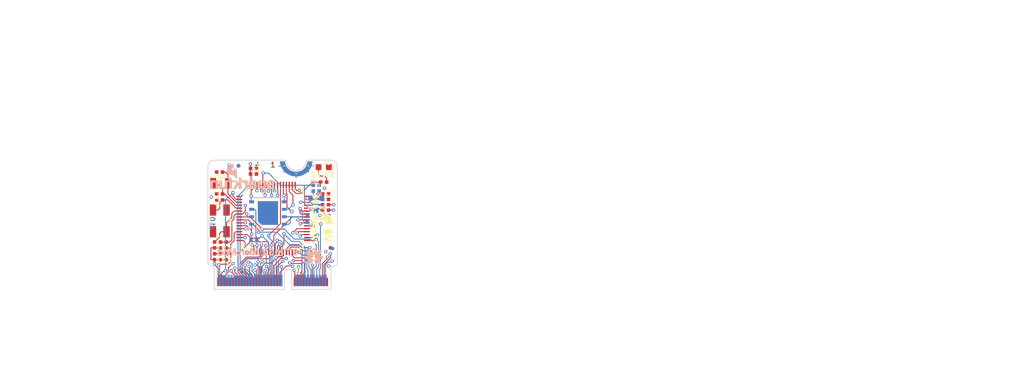
<source format=kicad_pcb>
(kicad_pcb (version 20211014) (generator pcbnew)
  (layers (0 "F.Cu" signal) (1 "In1.Cu" signal) (2 "In2.Cu" signal) (31 "B.Cu" signal) (34 "B.Paste" user) (35 "F.Paste" user) (36 "B.SilkS" user "B.Silkscreen") (37 "F.SilkS" user "F.Silkscreen") (38 "B.Mask" user) (39 "F.Mask" user) (44 "Edge.Cuts" user))
  (net 0 "")
  (net 1 "N$5")
  (net 2 "N$6")
  (net 3 "N$7")
  (net 4 "N$8")
  (net 5 "D+")
  (net 6 "SWDIO")
  (net 7 "SWCLK")
  (net 8 "~{BOOT}")
  (net 9 "SCK")
  (net 10 "CIPO")
  (net 11 "COPI")
  (net 12 "HOST_ID")
  (net 13 "FLASH_SCK")
  (net 14 "G5")
  (net 15 "G6")
  (net 16 "G3")
  (net 17 "~{RESET}")
  (net 18 "BOOT0")
  (net 19 "N$45")
  (net 20 "N$46")
  (net 21 "TX1")
  (net 22 "RX1")
  (net 23 "AUD_OUT")
  (net 24 "AUD_IN")
  (net 25 "AUD_LRCLK")
  (net 26 "AUD_BCLK")
  (net 27 "SCL")
  (net 28 "SDA")
  (net 29 "~{INT}")
  (net 30 "SCL1")
  (net 31 "SDA1")
  (net 32 "BATT_VIN")
  (net 33 "CAN_RX")
  (net 34 "CAN_TX")
  (net 35 "HOST_D+")
  (net 36 "HOST_D-")
  (net 37 "G4")
  (net 38 "~{CS}")
  (net 39 "PWM0")
  (net 40 "PWM1")
  (net 41 "D0")
  (net 42 "D1")
  (net 43 "A0")
  (net 44 "A1")
  (net 45 "G0")
  (net 46 "G1")
  (net 47 "G2")
  (net 48 "STAT")
  (net 49 "GND")
  (net 50 "3.3V")
  (net 51 "FLASH_SDI")
  (net 52 "FLASH_SDO")
  (net 53 "FLASH_~{CS}")
  (net 54 "N$1")
  (net 55 "N$2")
  (net 56 "D-")
  (net 57 "N$3")
  (net 58 "HOST_VBUS")
  (footprint "boardEagle:0402-TIGHT" (layer "F.Cu") (at 157.1811 97.7536 180)
    (fp_text reference "R12")
    (fp_text value "1k")
  )
  (footprint "boardEagle:CRYSTAL-SMD-5X3.2-4PAD" (layer "F.Cu") (at 139.5211 104.3436 -90)
    (fp_text reference "Y1")
    (fp_text value "12MHz")
  )
  (footprint "boardEagle:SFE_LOGO_FLAME_.1" (layer "F.Cu") (at 157.8211 104.0536 90)
    (fp_text reference "U$6" hide)
    (fp_text value "" hide)
  )
  (footprint "boardEagle:CREATIVE_COMMONS" (layer "F.Cu") (at 122.4911 129.0636)
    (fp_text reference "FRAME1" hide)
    (fp_text value "FRAME-LETTER" hide)
  )
  (footprint "boardEagle:0402-TIGHT" (layer "F.Cu") (at 157.5011 102.5136 180)
    (fp_text reference "R2")
    (fp_text value "22" hide)
  )
  (footprint "boardEagle:LED-0603" (layer "F.Cu") (at 157.1811 95.1936)
    (fp_text reference "D5")
    (fp_text value "BLUE")
  )
  (footprint "boardEagle:FIDUCIAL-MICRO" (layer "F.Cu") (at 158.3261 108.9266)
    (fp_text reference "FD1" hide)
    (fp_text value "FIDUCIALUFIDUCIAL" hide)
  )
  (footprint "boardEagle:0402-TIGHT" (layer "F.Cu") (at 157.5011 100.6736)
    (fp_text reference "C6")
    (fp_text value "2.2uF")
  )
  (footprint "boardEagle:STAT0" (layer "F.Cu") (at 157.1811 96.4936)
    (fp_text reference "U$1" hide)
    (fp_text value "" hide)
  )
  (footprint "boardEagle:CRYSTAL-SMD-3.2X1.5MM" (layer "F.Cu") (at 139.6511 97.9336)
    (fp_text reference "Y2")
    (fp_text value "32.768kHz")
  )
  (footprint "boardEagle:0402-TIGHT" (layer "F.Cu") (at 140.6411 110.4536 -90)
    (fp_text reference "C10")
    (fp_text value "4.7uF")
  )
  (footprint "boardEagle:0402-TIGHT" (layer "F.Cu") (at 155.4711 110.2036)
    (fp_text reference "C12")
    (fp_text value "0.1uF")
  )
  (footprint "boardEagle:M.2-CARD-E-22" (layer "F.Cu") (at 148.5011 116.0036)
    (fp_text reference "J1" hide)
    (fp_text value "MICROMOD-2222" hide)
  )
  (footprint "boardEagle:0402-TIGHT" (layer "F.Cu") (at 145.2511 95.4136)
    (fp_text reference "C14")
    (fp_text value "0.1uF")
  )
  (footprint "boardEagle:0402-TIGHT" (layer "F.Cu") (at 138.6411 108.4336 -90)
    (fp_text reference "C2")
    (fp_text value "22pF")
  )
  (footprint "boardEagle:FIDUCIAL-MICRO" (layer "F.Cu") (at 142.7011 94.9636)
    (fp_text reference "FD4" hide)
    (fp_text value "FIDUCIALUFIDUCIAL" hide)
  )
  (footprint "boardEagle:0402-TIGHT" (layer "F.Cu") (at 155.4711 111.1336)
    (fp_text reference "C5")
    (fp_text value "2.2uF")
  )
  (footprint "boardEagle:0402-TIGHT" (layer "F.Cu") (at 145.2511 96.3536)
    (fp_text reference "C11")
    (fp_text value "0.1uF")
  )
  (footprint "boardEagle:0402-TIGHT" (layer "F.Cu") (at 139.4911 99.7736 180)
    (fp_text reference "C3")
    (fp_text value "15pF")
  )
  (footprint "boardEagle:TQFP64" (layer "F.Cu") (at 148.5811 103.9236 -90)
    (fp_text reference "U1")
    (fp_text value "STM32F405RGT6")
  )
  (footprint "boardEagle:0402-TIGHT" (layer "F.Cu") (at 139.4911 96.0486 180)
    (fp_text reference "C4")
    (fp_text value "15pF")
  )
  (footprint "boardEagle:0402-TIGHT" (layer "F.Cu") (at 138.6411 110.4436 -90)
    (fp_text reference "C8")
    (fp_text value "0.1uF")
  )
  (footprint "boardEagle:PRODUCTION_INSTRUCTIONS" (layer "F.Cu") (at 174.5011 67.0036)
    (fp_text reference "U$7" hide)
    (fp_text value "" hide)
  )
  (footprint "boardEagle:MICROMOD_MI_LOGO_.35" (layer "F.Cu") (at 157.9211 106.7736 90)
    (fp_text reference "U$3" hide)
    (fp_text value "" hide)
  )
  (footprint "boardEagle:0402-TIGHT" (layer "F.Cu") (at 157.5011 99.7536)
    (fp_text reference "C13")
    (fp_text value "0.1uF")
  )
  (footprint "boardEagle:0402-TIGHT" (layer "F.Cu") (at 140.6311 108.4536 -90)
    (fp_text reference "R4")
    (fp_text value "5.1k")
  )
  (footprint "boardEagle:0402-TIGHT" (layer "F.Cu") (at 139.5011 100.7836 180)
    (fp_text reference "C1")
    (fp_text value "22pF")
  )
  (footprint "boardEagle:0402-TIGHT" (layer "F.Cu") (at 139.6411 110.4436 -90)
    (fp_text reference "C9")
    (fp_text value "1.0uF")
  )
  (footprint "boardEagle:0402-TIGHT" (layer "F.Cu") (at 157.5011 101.5936 180)
    (fp_text reference "R3")
    (fp_text value "22" hide)
  )
  (footprint "boardEagle:0402-TIGHT" (layer "F.Cu") (at 139.6411 108.4436 -90)
    (fp_text reference "C15")
    (fp_text value "0.1uF")
  )
  (footprint "boardEagle:STM32F4050" (layer "F.Cu") (at 155.7611 104.0136 90)
    (fp_text reference "U$4" hide)
    (fp_text value "" hide)
  )
  (footprint "boardEagle:SFE_LOGO_NAME_FLAME_.1" (layer "B.Cu") (at 143.2811 98.2936 180)
    (fp_text reference "LOGO3" hide)
    (fp_text value "SFE_LOGO_NAME_FLAME.1_INCH" hide)
  )
  (footprint "boardEagle:0402-TIGHT" (layer "B.Cu") (at 145.3211 107.6036)
    (fp_text reference "R11")
    (fp_text value "100k")
  )
  (footprint "boardEagle:OSHW-LOGO-S" (layer "B.Cu") (at 155.5211 110.5336 180)
    (fp_text reference "LOGO2" hide)
    (fp_text value "OSHW-LOGOS" hide)
  )
  (footprint "boardEagle:MICROMOD_LOGO_.3" (layer "B.Cu") (at 142.6611 109.6436 180)
    (fp_text reference "U$5" hide)
    (fp_text value "" hide)
  )
  (footprint "boardEagle:SOT23-3" (layer "B.Cu") (at 155.9011 101.4736)
    (fp_text reference "Q1")
    (fp_text value "")
  )
  (footprint "boardEagle:FIDUCIAL-MICRO" (layer "B.Cu") (at 142.7011 94.9636 180)
    (fp_text reference "FD2" hide)
    (fp_text value "FIDUCIALUFIDUCIAL" hide)
  )
  (footprint "boardEagle:STM320" (layer "B.Cu") (at 149.6611 109.6436 180)
    (fp_text reference "U$2" hide)
    (fp_text value "" hide)
  )
  (footprint "boardEagle:WSON-8-6X5" (layer "B.Cu") (at 147.7011 103.0036)
    (fp_text reference "U3")
    (fp_text value "W25QXX128MBIT-6X5")
  )
  (footprint "boardEagle:0402-TIGHT" (layer "B.Cu") (at 154.4071 104.0706 90)
    (fp_text reference "C20")
    (fp_text value "0.1uF")
  )
  (footprint "boardEagle:FIDUCIAL-MICRO" (layer "B.Cu") (at 158.6811 109.0336 180)
    (fp_text reference "FD3" hide)
    (fp_text value "FIDUCIALUFIDUCIAL" hide)
  )
  (footprint "boardEagle:0402-TIGHT" (layer "B.Cu") (at 155.9011 98.2836 180)
    (fp_text reference "R1")
    (fp_text value "100k")
  )
  (footprint "boardEagle:0402-TIGHT" (layer "B.Cu") (at 155.9011 99.2736)
    (fp_text reference "R5")
    (fp_text value "100k")
  )
  (gr_arc (start 154.2511 94.0036) (mid 152.5011 95.7536) (end 150.7511 94.0036) (layer "Edge.Cuts") (width 0.127))
  (gr_line (start 150.7511 94.0036) (end 138.5011 94.0036) (layer "Edge.Cuts") (width 0.127))
  (gr_arc (start 158.4261 112.5036) (mid 158.566444 112.161302) (end 158.9011 112.0036) (layer "Edge.Cuts") (width 0.127))
  (gr_line (start 158.4261 116.0036) (end 151.7261 116.0036) (layer "Edge.Cuts") (width 0.127))
  (gr_arc (start 158.5011 94.0036) (mid 159.2011 94.3036) (end 159.5011 95.0036) (layer "Edge.Cuts") (width 0.127))
  (gr_line (start 159.5011 95.0036) (end 159.5011 111.4036) (layer "Edge.Cuts") (width 0.127))
  (gr_arc (start 154.2511 94.0036) (mid 152.5011 95.7536) (end 150.7511 94.0036) (layer "Edge.Cuts") (width 0.127))
  (gr_line (start 158.5011 94.0036) (end 154.2511 94.0036) (layer "Edge.Cuts") (width 0.127))
  (gr_line (start 138.5761 116.0036) (end 138.5761 112.5036) (layer "Edge.Cuts") (width 0.127))
  (gr_line (start 151.7261 113.1036) (end 151.7261 116.0036) (layer "Edge.Cuts") (width 0.127))
  (gr_line (start 158.4261 112.5036) (end 158.4261 116.0036) (layer "Edge.Cuts") (width 0.127))
  (gr_arc (start 159.501099 111.403601) (mid 159.320461 111.822962) (end 158.9011 112.0036) (layer "Edge.Cuts") (width 0.127))
  (gr_line (start 137.5011 95.0036) (end 137.5011 111.4036) (layer "Edge.Cuts") (width 0.127))
  (gr_line (start 150.5261 113.1036) (end 150.5261 116.0036) (layer "Edge.Cuts") (width 0.127))
  (gr_line (start 150.5261 116.0036) (end 138.5761 116.0036) (layer "Edge.Cuts") (width 0.127))
  (gr_arc (start 138.1011 112.0036) (mid 138.434341 112.162646) (end 138.5761 112.503601) (layer "Edge.Cuts") (width 0.127))
  (gr_arc (start 137.5011 95.0036) (mid 137.8011 94.303601) (end 138.501099 94.003601) (layer "Edge.Cuts") (width 0.127))
  (gr_arc (start 150.5261 113.1036) (mid 151.1261 112.5036) (end 151.7261 113.1036) (layer "Edge.Cuts") (width 0.127))
  (gr_arc (start 138.101098 112.0036) (mid 137.681737 111.822961) (end 137.5011 111.4036) (layer "Edge.Cuts") (width 0.127))
  (gr_text "1" (at 148.5501 94.7946) (layer "F.Cu") (effects (font (size 0.8636 0.8636) (thickness 0.1524))))
  (gr_text "4" (at 145.8831 94.7946) (layer "B.Cu") (effects (font (size 0.8636 0.8636) (thickness 0.1524)) (justify mirror)))
  (gr_text "v10" (at 137.7221 106.0426 -90) (layer "B.Cu") (effects (font (size 0.8636 0.8636) (thickness 0.1524)) (justify left bottom mirror)))
  (segment (start 140.9011 96.4166) (end 140.5331 96.0486) (width 0.1524) (layer "F.Cu") (net 1))
  (segment (start 140.5331 96.0486) (end 139.9911 96.0486) (width 0.1524) (layer "F.Cu") (net 1))
  (segment (start 140.9011 99.733325) (end 140.9011 97.9336) (width 0.1524) (layer "F.Cu") (net 1))
  (segment (start 142.341375 101.1736) (end 140.9011 99.733325) (width 0.1524) (layer "F.Cu") (net 1))
  (segment (start 142.8311 101.1736) (end 142.341375 101.1736) (width 0.1524) (layer "F.Cu") (net 1))
  (segment (start 140.9011 97.9336) (end 140.9011 96.4166) (width 0.1524) (layer "F.Cu") (net 1))
  (segment (start 139.0211 97.9336) (end 138.4011 97.9336) (width 0.1524) (layer "F.Cu") (net 2))
  (segment (start 142.8311 101.6736) (end 142.2711 101.6736) (width 0.1524) (layer "F.Cu") (net 2))
  (segment (start 139.9911 98.9036) (end 139.0211 97.9336) (width 0.1524) (layer "F.Cu") (net 2))
  (segment (start 140.3711 99.7736) (end 139.9911 99.7736) (width 0.1524) (layer "F.Cu") (net 2))
  (segment (start 142.2711 101.6736) (end 140.3711 99.7736) (width 0.1524) (layer "F.Cu") (net 2))
  (segment (start 139.9911 99.7736) (end 139.9911 98.9036) (width 0.1524) (layer "F.Cu") (net 2))
  (segment (start 142.8311 102.6736) (end 141.9711 102.6736) (width 0.1524) (layer "F.Cu") (net 3))
  (segment (start 139.7611 106.1936) (end 139.5011 106.4536) (width 0.1524) (layer "F.Cu") (net 3))
  (segment (start 138.6411 107.9336) (end 139.5011 107.0736) (width 0.1524) (layer "F.Cu") (net 3))
  (segment (start 139.7611 106.1936) (end 140.6711 106.1936) (width 0.1524) (layer "F.Cu") (net 3))
  (segment (start 141.5711 103.0736) (end 141.5711 103.7736) (width 0.1524) (layer "F.Cu") (net 3))
  (segment (start 141.9711 102.6736) (end 141.5711 103.0736) (width 0.1524) (layer "F.Cu") (net 3))
  (segment (start 140.6711 104.6736) (end 140.6711 106.1936) (width 0.1524) (layer "F.Cu") (net 3))
  (segment (start 139.5011 106.4536) (end 139.5011 107.0736) (width 0.1524) (layer "F.Cu") (net 3))
  (segment (start 141.5711 103.7736) (end 140.6711 104.6736) (width 0.1524) (layer "F.Cu") (net 3))
  (segment (start 139.5211 101.2636) (end 139.5211 102.1936) (width 0.1524) (layer "F.Cu") (net 4))
  (segment (start 139.5211 102.1936) (end 139.2211 102.4936) (width 0.1524) (layer "F.Cu") (net 4))
  (segment (start 142.8311 102.1736) (end 142.2811 102.1736) (width 0.1524) (layer "F.Cu") (net 4))
  (segment (start 140.8911 100.7836) (end 140.0011 100.7836) (width 0.1524) (layer "F.Cu") (net 4))
  (segment (start 142.2811 102.1736) (end 140.8911 100.7836) (width 0.1524) (layer "F.Cu") (net 4))
  (segment (start 139.2211 102.4936) (end 138.3711 102.4936) (width 0.1524) (layer "F.Cu") (net 4))
  (segment (start 140.0011 100.7836) (end 139.5211 101.2636) (width 0.1524) (layer "F.Cu") (net 4))
  (segment (start 157.2511 114.7286) (end 157.2511 111.7636) (width 0.1524) (layer "F.Cu") (net 5))
  (segment (start 158.3111 110.7036) (end 157.2511 111.7636) (width 0.1524) (layer "F.Cu") (net 5))
  (segment (start 158.8711 101.5936) (end 158.0011 101.5936) (width 0.1524) (layer "F.Cu") (net 5))
  (segment (start 158.3111 110.7036) (end 158.3111 109.9436) (width 0.1524) (layer "F.Cu") (net 5))
  (segment (start 158.8811 101.5836) (end 158.8711 101.5936) (width 0.1524) (layer "F.Cu") (net 5))
  (via (at 158.3111 109.9436) (size 0.5588) (drill 0.3048) (layers "F.Cu" "B.Cu") (net 5))
  (via (at 158.8811 101.5836) (size 0.5588) (drill 0.3048) (layers "F.Cu" "B.Cu") (net 5))
  (segment (start 154.3311 101.1736) (end 153.2811 101.1736) (width 0.1524) (layer "F.Cu") (net 6))
  (segment (start 152.2511 114.7286) (end 152.2511 112.7536) (width 0.1524) (layer "F.Cu") (net 6))
  (segment (start 152.2511 112.7536) (end 152.1811 112.7536) (width 0.1524) (layer "F.Cu") (net 6))
  (via (at 152.1811 112.7536) (size 0.5588) (drill 0.3048) (layers "F.Cu" "B.Cu") (net 6))
  (via (at 153.2811 101.1736) (size 0.5588) (drill 0.3048) (layers "F.Cu" "B.Cu") (net 6))
  (segment (start 152.7511 114.7286) (end 152.7511 113.2136) (width 0.1524) (layer "F.Cu") (net 7))
  (segment (start 152.9111 112.1536) (end 152.9111 113.0536) (width 0.1524) (layer "F.Cu") (net 7))
  (segment (start 152.3311 98.1736) (end 152.3311 98.8736) (width 0.1524) (layer "F.Cu") (net 7))
  (segment (start 152.9111 113.0536) (end 152.7511 113.2136) (width 0.1524) (layer "F.Cu") (net 7))
  (segment (start 152.6311 99.1736) (end 153.0211 99.1736) (width 0.1524) (layer "F.Cu") (net 7))
  (segment (start 152.6311 99.1736) (end 152.3311 98.8736) (width 0.1524) (layer "F.Cu") (net 7))
  (via (at 153.0211 99.1736) (size 0.5588) (drill 0.3048) (layers "F.Cu" "B.Cu") (net 7))
  (via (at 152.9111 112.1536) (size 0.5588) (drill 0.3048) (layers "F.Cu" "B.Cu") (net 7))
  (segment (start 155.2511 111.920235) (end 155.280918 111.890419) (width 0.1524) (layer "F.Cu") (net 8))
  (segment (start 155.2511 114.7286) (end 155.2511 111.920235) (width 0.1524) (layer "F.Cu") (net 8))
  (via (at 155.280918 111.890419) (size 0.5588) (drill 0.3048) (layers "F.Cu" "B.Cu") (net 8))
  (via (at 158.0701 103.4306) (size 0.5588) (drill 0.3048) (layers "F.Cu" "B.Cu") (net 8))
  (segment (start 154.9511 101.1536) (end 155.3179 101.5204) (width 0.1524) (layer "B.Cu") (net 8))
  (segment (start 157.6281 103.4306) (end 158.0701 103.4306) (width 0.1524) (layer "B.Cu") (net 8))
  (segment (start 155.4011 100.0236) (end 155.4011 99.2736) (width 0.1524) (layer "B.Cu") (net 8))
  (segment (start 157.2043 101.8068) (end 157.2043 103.0068) (width 0.1524) (layer "B.Cu") (net 8))
  (segment (start 154.9511 100.4736) (end 155.4011 100.0236) (width 0.1524) (layer "B.Cu") (net 8))
  (segment (start 154.9511 100.4736) (end 154.9511 101.1536) (width 0.1524) (layer "B.Cu") (net 8))
  (segment (start 156.9179 101.5204) (end 157.2043 101.8068) (width 0.1524) (layer "B.Cu") (net 8))
  (segment (start 157.2043 103.0068) (end 157.6281 103.4306) (width 0.1524) (layer "B.Cu") (net 8))
  (segment (start 155.3179 101.5204) (end 156.9179 101.5204) (width 0.1524) (layer "B.Cu") (net 8))
  (segment (start 142.9611 111.5636) (end 144.0311 110.4936) (width 0.1524) (layer "F.Cu") (net 9))
  (segment (start 143.7511 114.7286) (end 143.7511 113.8086) (width 0.1524) (layer "F.Cu") (net 9))
  (segment (start 144.0311 110.4936) (end 146.5711 110.4936) (width 0.1524) (layer "F.Cu") (net 9))
  (segment (start 146.5711 110.4936) (end 146.8311 110.2336) (width 0.1524) (layer "F.Cu") (net 9))
  (segment (start 146.8311 109.6736) (end 146.8311 110.2336) (width 0.1524) (layer "F.Cu") (net 9))
  (segment (start 142.9611 113.0186) (end 142.9611 111.5636) (width 0.1524) (layer "F.Cu") (net 9))
  (segment (start 143.7511 113.8086) (end 142.9611 113.0186) (width 0.1524) (layer "F.Cu") (net 9))
  (segment (start 142.7511 113.7836) (end 142.7511 114.7286) (width 0.1524) (layer "F.Cu") (net 10))
  (segment (start 147.3311 109.6736) (end 147.3311 108.5336) (width 0.1524) (layer "F.Cu") (net 10))
  (segment (start 142.7511 113.7836) (end 142.0811 113.1136) (width 0.1524) (layer "F.Cu") (net 10))
  (segment (start 142.0811 113.1136) (end 142.0811 112.4036) (width 0.1524) (layer "F.Cu") (net 10))
  (segment (start 147.3311 108.5336) (end 147.3411 108.5336) (width 0.1524) (layer "F.Cu") (net 10))
  (via (at 147.3411 108.5336) (size 0.5588) (drill 0.3048) (layers "F.Cu" "B.Cu") (net 10))
  (via (at 142.0811 112.4036) (size 0.5588) (drill 0.3048) (layers "F.Cu" "B.Cu") (net 10))
  (segment (start 147.8311 109.6736) (end 147.8311 108.1236) (width 0.1524) (layer "F.Cu") (net 11))
  (segment (start 147.8311 108.1236) (end 147.5905 107.883) (width 0.1524) (layer "F.Cu") (net 11))
  (segment (start 144.7147 107.883) (end 142.6311 109.9666) (width 0.1524) (layer "F.Cu") (net 11))
  (segment (start 142.6311 109.9666) (end 142.6311 113.1086) (width 0.1524) (layer "F.Cu") (net 11))
  (segment (start 143.2511 113.7286) (end 143.2511 114.7286) (width 0.1524) (layer "F.Cu") (net 11))
  (segment (start 143.2511 113.7286) (end 142.6311 113.1086) (width 0.1524) (layer "F.Cu") (net 11))
  (segment (start 147.5905 107.883) (end 144.7147 107.883) (width 0.1524) (layer "F.Cu") (net 11))
  (segment (start 155.9161 107.4946) (end 155.7371 107.6736) (width 0.1524) (layer "F.Cu") (net 12))
  (segment (start 154.3311 107.6736) (end 155.7371 107.6736) (width 0.1524) (layer "F.Cu") (net 12))
  (via (at 155.9161 107.4946) (size 0.5588) (drill 0.3048) (layers "F.Cu" "B.Cu") (net 12))
  (segment (start 155.9161 107.4946) (end 156.2971 107.8756) (width 0.1524) (layer "B.Cu") (net 12))
  (segment (start 156.0011 114.4786) (end 156.0011 112.4896) (width 0.1524) (layer "B.Cu") (net 12))
  (segment (start 156.0011 112.4896) (end 156.2971 112.1936) (width 0.1524) (layer "B.Cu") (net 12))
  (segment (start 156.2971 107.8756) (end 156.2971 112.1936) (width 0.1524) (layer "B.Cu") (net 12))
  (segment (start 151.3311 98.1736) (end 151.3311 99.3426) (width 0.1524) (layer "F.Cu") (net 13))
  (segment (start 151.9511 99.9626) (end 151.9511 101.6136) (width 0.1524) (layer "F.Cu") (net 13))
  (segment (start 151.9511 99.9626) (end 151.3311 99.3426) (width 0.1524) (layer "F.Cu") (net 13))
  (via (at 151.9511 101.6136) (size 0.5588) (drill 0.3048) (layers "F.Cu" "B.Cu") (net 13))
  (segment (start 151.1961 102.3686) (end 150.4761 102.3686) (width 0.1524) (layer "B.Cu") (net 13))
  (segment (start 151.9511 101.6136) (end 151.1961 102.3686) (width 0.1524) (layer "B.Cu") (net 13))
  (segment (start 140.2437 112.8286) (end 139.7511 113.3212) (width 0.1524) (layer "F.Cu") (net 14))
  (segment (start 139.7511 113.3212) (end 139.7511 114.7286) (width 0.1524) (layer "F.Cu") (net 14))
  (segment (start 142.8311 100.6736) (end 142.2771 100.6736) (width 0.1524) (layer "F.Cu") (net 14))
  (segment (start 142.2771 100.6736) (end 141.7581 100.1546) (width 0.1524) (layer "F.Cu") (net 14))
  (segment (start 140.4937 112.8286) (end 140.2437 112.8286) (width 0.1524) (layer "F.Cu") (net 14))
  (segment (start 141.7581 100.1546) (end 141.7581 99.5196) (width 0.1524) (layer "F.Cu") (net 14))
  (via (at 140.4937 112.8286) (size 0.5588) (drill 0.3048) (layers "F.Cu" "B.Cu") (net 14))
  (via (at 141.7581 99.5196) (size 0.5588) (drill 0.3048) (layers "F.Cu" "B.Cu") (net 14))
  (segment (start 140.4937 100.784) (end 141.7581 99.5196) (width 0.1524) (layer "B.Cu") (net 14))
  (segment (start 140.4937 112.8286) (end 140.4937 100.784) (width 0.1524) (layer "B.Cu") (net 14))
  (segment (start 140.97735 112.31735) (end 140.97735 113.03735) (width 0.1524) (layer "F.Cu") (net 15))
  (segment (start 142.8311 104.6736) (end 143.8337 104.6736) (width 0.1524) (layer "F.Cu") (net 15))
  (segment (start 140.2511 113.7636) (end 140.2511 114.7286) (width 0.1524) (layer "F.Cu") (net 15))
  (segment (start 141.77735 111.61735) (end 141.67735 111.61735) (width 0.1524) (layer "F.Cu") (net 15))
  (segment (start 143.8337 104.6736) (end 143.8511 104.6562) (width 0.1524) (layer "F.Cu") (net 15))
  (segment (start 141.67735 111.61735) (end 140.97735 112.31735) (width 0.1524) (layer "F.Cu") (net 15))
  (segment (start 140.97735 113.03735) (end 140.2511 113.7636) (width 0.1524) (layer "F.Cu") (net 15))
  (via (at 143.8511 104.6562) (size 0.5588) (drill 0.3048) (layers "F.Cu" "B.Cu") (net 15))
  (via (at 141.77735 111.61735) (size 0.5588) (drill 0.3048) (layers "F.Cu" "B.Cu") (net 15))
  (segment (start 154.3311 104.6736) (end 153.3811 104.6736) (width 0.1524) (layer "F.Cu") (net 16))
  (segment (start 153.3811 104.6736) (end 153.2011 104.8536) (width 0.1524) (layer "F.Cu") (net 16))
  (via (at 146.77985 111.28235) (size 0.5588) (drill 0.3048) (layers "F.Cu" "B.Cu") (net 16))
  (via (at 153.2011 104.8536) (size 0.5588) (drill 0.3048) (layers "F.Cu" "B.Cu") (net 16))
  (segment (start 146.4211 111.6411) (end 146.4211 113.2686) (width 0.1524) (layer "B.Cu") (net 16))
  (segment (start 146.5011 114.4786) (end 146.5011 113.3486) (width 0.1524) (layer "B.Cu") (net 16))
  (segment (start 146.77985 111.28235) (end 146.4211 111.6411) (width 0.1524) (layer "B.Cu") (net 16))
  (segment (start 146.5011 113.3486) (end 146.4211 113.2686) (width 0.1524) (layer "B.Cu") (net 16))
  (segment (start 143.3841 103.1736) (end 143.8611 102.6966) (width 0.1524) (layer "F.Cu") (net 17))
  (segment (start 142.226237 103.1736) (end 141.9343 103.465538) (width 0.1524) (layer "F.Cu") (net 17))
  (segment (start 141.5711 107.6136) (end 141.2311 107.9536) (width 0.1524) (layer "F.Cu") (net 17))
  (segment (start 141.9343 103.465538) (end 141.9343 104.0104) (width 0.1524) (layer "F.Cu") (net 17))
  (segment (start 143.8611 102.6966) (end 143.8611 101.7336) (width 0.1524) (layer "F.Cu") (net 17))
  (segment (start 142.8311 103.1736) (end 143.3841 103.1736) (width 0.1524) (layer "F.Cu") (net 17))
  (segment (start 141.9343 104.0104) (end 141.5711 104.3736) (width 0.1524) (layer "F.Cu") (net 17))
  (segment (start 142.8311 103.1736) (end 142.226237 103.1736) (width 0.1524) (layer "F.Cu") (net 17))
  (segment (start 140.6211 107.9436) (end 140.6311 107.9536) (width 0.1524) (layer "F.Cu") (net 17))
  (segment (start 140.6311 107.9536) (end 141.2311 107.9536) (width 0.1524) (layer "F.Cu") (net 17))
  (segment (start 141.5711 104.3736) (end 141.5711 107.6136) (width 0.1524) (layer "F.Cu") (net 17))
  (segment (start 140.6211 107.9436) (end 139.6411 107.9436) (width 0.1524) (layer "F.Cu") (net 17))
  (via (at 156.6761 104.8796) (size 0.5588) (drill 0.3048) (layers "F.Cu" "B.Cu") (net 17))
  (via (at 143.8611 101.7336) (size 0.5588) (drill 0.3048) (layers "F.Cu" "B.Cu") (net 17))
  (segment (start 156.6761 104.8796) (end 156.6281 104.9276) (width 0.1524) (layer "B.Cu") (net 17))
  (segment (start 156.5011 112.5736) (end 156.5011 114.4786) (width 0.1524) (layer "B.Cu") (net 17))
  (segment (start 156.6281 112.4466) (end 156.5011 112.5736) (width 0.1524) (layer "B.Cu") (net 17))
  (segment (start 156.6281 104.9276) (end 156.6281 112.4466) (width 0.1524) (layer "B.Cu") (net 17))
  (segment (start 146.9111 96.2136) (end 146.8311 96.2936) (width 0.1524) (layer "F.Cu") (net 18))
  (segment (start 146.8311 96.2936) (end 146.8311 98.1736) (width 0.1524) (layer "F.Cu") (net 18))
  (segment (start 146.9211 96.2136) (end 146.9111 96.2136) (width 0.1524) (layer "F.Cu") (net 18))
  (via (at 146.9211 96.2136) (size 0.5588) (drill 0.3048) (layers "F.Cu" "B.Cu") (net 18))
  (segment (start 153.9211 98.2836) (end 153.9211 101.4756) (width 0.1524) (layer "B.Cu") (net 18))
  (segment (start 153.9211 98.2836) (end 149.8801 98.2836) (width 0.1524) (layer "B.Cu") (net 18))
  (segment (start 153.9211 98.2836) (end 155.4011 98.2836) (width 0.1524) (layer "B.Cu") (net 18))
  (segment (start 149.8801 98.2836) (end 147.8101 96.2136) (width 0.1524) (layer "B.Cu") (net 18))
  (segment (start 146.9211 96.2136) (end 147.8101 96.2136) (width 0.1524) (layer "B.Cu") (net 18))
  (segment (start 153.9211 101.4756) (end 155.0191 102.5736) (width 0.1524) (layer "B.Cu") (net 18))
  (segment (start 155.0191 102.5736) (end 155.9011 102.5736) (width 0.1524) (layer "B.Cu") (net 18))
  (segment (start 154.3311 100.6736) (end 157.0011 100.6736) (width 0.1524) (layer "F.Cu") (net 19))
  (segment (start 153.8191 110.6336) (end 152.2211 110.6336) (width 0.1524) (layer "F.Cu") (net 20))
  (segment (start 151.8311 109.6736) (end 151.8311 110.2436) (width 0.1524) (layer "F.Cu") (net 20))
  (segment (start 154.3191 111.1336) (end 154.9711 111.1336) (width 0.1524) (layer "F.Cu") (net 20))
  (segment (start 151.8311 110.2436) (end 152.2211 110.6336) (width 0.1524) (layer "F.Cu") (net 20))
  (segment (start 154.3191 111.1336) (end 153.8191 110.6336) (width 0.1524) (layer "F.Cu") (net 20))
  (segment (start 153.8781 113.2046) (end 153.7511 113.3316) (width 0.1524) (layer "F.Cu") (net 21))
  (segment (start 153.3821 111.103) (end 152.0317 111.103) (width 0.1524) (layer "F.Cu") (net 21))
  (segment (start 152.02985 111.10485) (end 152.0317 111.103) (width 0.1524) (layer "F.Cu") (net 21))
  (segment (start 153.8781 111.599) (end 153.8781 113.2046) (width 0.1524) (layer "F.Cu") (net 21))
  (segment (start 143.6611 107.7636) (end 143.5711 107.6736) (width 0.1524) (layer "F.Cu") (net 21))
  (segment (start 143.6611 108.2236) (end 143.6611 107.7636) (width 0.1524) (layer "F.Cu") (net 21))
  (segment (start 142.8311 107.6736) (end 143.5711 107.6736) (width 0.1524) (layer "F.Cu") (net 21))
  (segment (start 153.8781 111.599) (end 153.3821 111.103) (width 0.1524) (layer "F.Cu") (net 21))
  (segment (start 153.7511 114.7286) (end 153.7511 113.3316) (width 0.1524) (layer "F.Cu") (net 21))
  (via (at 152.02985 111.10485) (size 0.5588) (drill 0.3048) (layers "F.Cu" "B.Cu") (net 21))
  (via (at 143.6611 108.2236) (size 0.5588) (drill 0.3048) (layers "F.Cu" "B.Cu") (net 21))
  (segment (start 144.1741 109.6736) (end 144.1111 109.7366) (width 0.1524) (layer "F.Cu") (net 22))
  (segment (start 153.2511 114.7286) (end 153.2511 113.1916) (width 0.1524) (layer "F.Cu") (net 22))
  (segment (start 153.4717 112.971) (end 153.4717 111.774738) (width 0.1524) (layer "F.Cu") (net 22))
  (segment (start 153.289362 111.5924) (end 151.49285 111.5924) (width 0.1524) (layer "F.Cu") (net 22))
  (segment (start 144.8311 109.6736) (end 144.1741 109.6736) (width 0.1524) (layer "F.Cu") (net 22))
  (segment (start 153.2511 113.1916) (end 153.4717 112.971) (width 0.1524) (layer "F.Cu") (net 22))
  (segment (start 151.49285 111.5924) (end 151.40405 111.5036) (width 0.1524) (layer "F.Cu") (net 22))
  (segment (start 153.4717 111.774738) (end 153.289362 111.5924) (width 0.1524) (layer "F.Cu") (net 22))
  (via (at 144.1111 109.7366) (size 0.5588) (drill 0.3048) (layers "F.Cu" "B.Cu") (net 22))
  (via (at 151.40405 111.5036) (size 0.5588) (drill 0.3048) (layers "F.Cu" "B.Cu") (net 22))
  (segment (start 148.8285 99.2036) (end 148.8311 99.201) (width 0.1524) (layer "F.Cu") (net 23))
  (segment (start 148.8311 99.201) (end 148.8311 98.1736) (width 0.1524) (layer "F.Cu") (net 23))
  (via (at 148.8285 99.2036) (size 0.5588) (drill 0.3048) (layers "F.Cu" "B.Cu") (net 23))
  (segment (start 148.8285 98.8736) (end 148.2749 98.32) (width 0.1524) (layer "B.Cu") (net 23))
  (segment (start 144.0011 114.4786) (end 144.0011 113.4636) (width 0.1524) (layer "B.Cu") (net 23))
  (segment (start 143.3011 113.1836) (end 142.6193 112.5018) (width 0.1524) (layer "B.Cu") (net 23))
  (segment (start 142.6193 112.5018) (end 142.6193 100.126225) (width 0.1524) (layer "B.Cu") (net 23))
  (segment (start 143.7211 113.1836) (end 143.3011 113.1836) (width 0.1524) (layer "B.Cu") (net 23))
  (segment (start 148.8285 98.8736) (end 148.8285 99.2036) (width 0.1524) (layer "B.Cu") (net 23))
  (segment (start 142.6193 100.126225) (end 144.425525 98.32) (width 0.1524) (layer "B.Cu") (net 23))
  (segment (start 144.0011 113.4636) (end 143.7211 113.1836) (width 0.1524) (layer "B.Cu") (net 23))
  (segment (start 144.425525 98.32) (end 148.2749 98.32) (width 0.1524) (layer "B.Cu") (net 23))
  (segment (start 148.3311 100.0036) (end 148.3311 98.1736) (width 0.1524) (layer "F.Cu") (net 24))
  (via (at 148.3311 100.0036) (size 0.5588) (drill 0.3048) (layers "F.Cu" "B.Cu") (net 24))
  (segment (start 142.9787 100.306) (end 144.5853 98.6994) (width 0.1524) (layer "B.Cu") (net 24))
  (segment (start 144.5011 113.4636) (end 143.9417 112.9042) (width 0.1524) (layer "B.Cu") (net 24))
  (segment (start 143.9417 112.9042) (end 143.4717 112.9042) (width 0.1524) (layer "B.Cu") (net 24))
  (segment (start 143.4717 112.9042) (end 142.9787 112.4112) (width 0.1524) (layer "B.Cu") (net 24))
  (segment (start 148.3311 99.0936) (end 147.9369 98.6994) (width 0.1524) (layer "B.Cu") (net 24))
  (segment (start 142.9787 112.4112) (end 142.9787 100.306) (width 0.1524) (layer "B.Cu") (net 24))
  (segment (start 147.9369 98.6994) (end 144.5853 98.6994) (width 0.1524) (layer "B.Cu") (net 24))
  (segment (start 148.3311 100.0036) (end 148.3311 99.0936) (width 0.1524) (layer "B.Cu") (net 24))
  (segment (start 144.5011 114.4786) (end 144.5011 113.4636) (width 0.1524) (layer "B.Cu") (net 24))
  (segment (start 146.6111 108.4036) (end 146.6111 108.7436) (width 0.1524) (layer "F.Cu") (net 25))
  (segment (start 146.6111 108.7436) (end 146.3311 109.0236) (width 0.1524) (layer "F.Cu") (net 25))
  (segment (start 146.3311 109.6736) (end 146.3311 109.0236) (width 0.1524) (layer "F.Cu") (net 25))
  (via (at 146.6111 108.4036) (size 0.5588) (drill 0.3048) (layers "F.Cu" "B.Cu") (net 25))
  (segment (start 146.6111 110.0736) (end 146.6111 108.4036) (width 0.1524) (layer "B.Cu") (net 25))
  (segment (start 146.6111 110.0736) (end 145.9611 110.7236) (width 0.1524) (layer "B.Cu") (net 25))
  (segment (start 143.2611 112.2436) (end 143.2611 111.6036) (width 0.1524) (layer "B.Cu") (net 25))
  (segment (start 144.1411 110.7236) (end 145.9611 110.7236) (width 0.1524) (layer "B.Cu") (net 25))
  (segment (start 143.2611 111.6036) (end 144.1411 110.7236) (width 0.1524) (layer "B.Cu") (net 25))
  (segment (start 145.0011 113.4736) (end 144.1523 112.6248) (width 0.1524) (layer "B.Cu") (net 25))
  (segment (start 144.1523 112.6248) (end 143.6423 112.6248) (width 0.1524) (layer "B.Cu") (net 25))
  (segment (start 143.6423 112.6248) (end 143.2611 112.2436) (width 0.1524) (layer "B.Cu") (net 25))
  (segment (start 145.0011 114.4786) (end 145.0011 113.4736) (width 0.1524) (layer "B.Cu") (net 25))
  (segment (start 149.3911 98.9536) (end 149.3311 98.8936) (width 0.1524) (layer "F.Cu") (net 26))
  (segment (start 149.3911 98.9536) (end 149.3911 99.9336) (width 0.1524) (layer "F.Cu") (net 26))
  (segment (start 149.3911 99.9336) (end 149.3311 99.9936) (width 0.1524) (layer "F.Cu") (net 26))
  (segment (start 149.3311 98.1736) (end 149.3311 98.8936) (width 0.1524) (layer "F.Cu") (net 26))
  (via (at 144.3711 111.3736) (size 0.5588) (drill 0.3048) (layers "F.Cu" "B.Cu") (net 26))
  (via (at 149.3311 99.9936) (size 0.5588) (drill 0.3048) (layers "F.Cu" "B.Cu") (net 26))
  (segment (start 145.5011 113.4136) (end 145.0111 112.9236) (width 0.1524) (layer "B.Cu") (net 26))
  (segment (start 145.0111 111.6536) (end 144.7311 111.3736) (width 0.1524) (layer "B.Cu") (net 26))
  (segment (start 145.0111 111.6536) (end 145.0111 112.9236) (width 0.1524) (layer "B.Cu") (net 26))
  (segment (start 144.3711 111.3736) (end 144.7311 111.3736) (width 0.1524) (layer "B.Cu") (net 26))
  (segment (start 145.5011 114.4786) (end 145.5011 113.4136) (width 0.1524) (layer "B.Cu") (net 26))
  (segment (start 151.4485 108.5062) (end 150.8311 109.1236) (width 0.1524) (layer "F.Cu") (net 27))
  (segment (start 153.513831 108.9062) (end 153.113831 108.5062) (width 0.1524) (layer "F.Cu") (net 27))
  (segment (start 154.813831 108.9062) (end 153.513831 108.9062) (width 0.1524) (layer "F.Cu") (net 27))
  (segment (start 150.8311 109.1236) (end 150.8311 109.6736) (width 0.1524) (layer "F.Cu") (net 27))
  (segment (start 153.113831 108.5062) (end 151.4485 108.5062) (width 0.1524) (layer "F.Cu") (net 27))
  (via (at 154.813831 108.9062) (size 0.5588) (drill 0.3048) (layers "F.Cu" "B.Cu") (net 27))
  (segment (start 154.813831 108.9062) (end 154.3011 109.418932) (width 0.1524) (layer "B.Cu") (net 27))
  (segment (start 154.3011 109.418932) (end 154.3011 112.4786) (width 0.1524) (layer "B.Cu") (net 27))
  (segment (start 154.5011 112.6786) (end 154.5011 114.4786) (width 0.1524) (layer "B.Cu") (net 27))
  (segment (start 154.5011 112.6786) (end 154.3011 112.4786) (width 0.1524) (layer "B.Cu") (net 27))
  (segment (start 155.4011 109.4436) (end 153.5511 109.4436) (width 0.1524) (layer "F.Cu") (net 28))
  (segment (start 152.9011 108.7936) (end 151.6511 108.7936) (width 0.1524) (layer "F.Cu") (net 28))
  (segment (start 151.3311 109.1136) (end 151.3311 109.6736) (width 0.1524) (layer "F.Cu") (net 28))
  (segment (start 153.5511 109.4436) (end 152.9011 108.7936) (width 0.1524) (layer "F.Cu") (net 28))
  (segment (start 151.6511 108.7936) (end 151.3311 109.1136) (width 0.1524) (layer "F.Cu") (net 28))
  (via (at 155.4011 109.4436) (size 0.5588) (drill 0.3048) (layers "F.Cu" "B.Cu") (net 28))
  (segment (start 155.0011 112.5606) (end 155.0011 114.4786) (width 0.1524) (layer "B.Cu") (net 28))
  (segment (start 155.4011 109.4436) (end 154.6471 110.1976) (width 0.1524) (layer "B.Cu") (net 28))
  (segment (start 155.0011 112.5606) (end 154.6471 112.2066) (width 0.1524) (layer "B.Cu") (net 28))
  (segment (start 154.6471 110.1976) (end 154.6471 112.2066) (width 0.1524) (layer "B.Cu") (net 28))
  (segment (start 150.4241 106.5262) (end 150.4241 108.2766) (width 0.1524) (layer "F.Cu") (net 29))
  (segment (start 149.8311 108.8696) (end 149.8311 109.6736) (width 0.1524) (layer "F.Cu") (net 29))
  (segment (start 150.4241 108.2766) (end 149.8311 108.8696) (width 0.1524) (layer "F.Cu") (net 29))
  (via (at 150.4241 106.5262) (size 0.5588) (drill 0.3048) (layers "F.Cu" "B.Cu") (net 29))
  (segment (start 153.0027 107.8382) (end 151.7361 107.8382) (width 0.1524) (layer "B.Cu") (net 29))
  (segment (start 151.7361 107.8382) (end 150.4241 106.5262) (width 0.1524) (layer "B.Cu") (net 29))
  (segment (start 154.0011 108.8366) (end 153.0027 107.8382) (width 0.1524) (layer "B.Cu") (net 29))
  (segment (start 154.0011 114.4786) (end 154.0011 108.8366) (width 0.1524) (layer "B.Cu") (net 29))
  (segment (start 143.806268 111.881269) (end 143.806268 112.981269) (width 0.1524) (layer "F.Cu") (net 30))
  (segment (start 147.8311 98.1736) (end 147.8311 99.2036) (width 0.1524) (layer "F.Cu") (net 30))
  (segment (start 147.8311 99.2036) (end 147.7911 99.2436) (width 0.1524) (layer "F.Cu") (net 30))
  (segment (start 144.7511 113.9261) (end 143.806268 112.981269) (width 0.1524) (layer "F.Cu") (net 30))
  (segment (start 144.7511 114.7286) (end 144.7511 113.9261) (width 0.1524) (layer "F.Cu") (net 30))
  (via (at 147.7911 99.2436) (size 0.5588) (drill 0.3048) (layers "F.Cu" "B.Cu") (net 30))
  (via (at 143.806268 111.881269) (size 0.5588) (drill 0.3048) (layers "F.Cu" "B.Cu") (net 30))
  (segment (start 147.3311 98.1736) (end 147.3311 98.8136) (width 0.1524) (layer "F.Cu") (net 31))
  (segment (start 147.2311 98.9136) (end 147.2311 99.972) (width 0.1524) (layer "F.Cu") (net 31))
  (segment (start 144.5911 112.1736) (end 144.5211 112.1036) (width 0.1524) (layer "F.Cu") (net 31))
  (segment (start 144.5911 112.1736) (end 144.5911 113.3436) (width 0.1524) (layer "F.Cu") (net 31))
  (segment (start 145.2511 114.7286) (end 145.2511 114.0036) (width 0.1524) (layer "F.Cu") (net 31))
  (segment (start 145.2511 114.0036) (end 144.5911 113.3436) (width 0.1524) (layer "F.Cu") (net 31))
  (segment (start 147.3311 98.8136) (end 147.2311 98.9136) (width 0.1524) (layer "F.Cu") (net 31))
  (via (at 144.5211 112.1036) (size 0.5588) (drill 0.3048) (layers "F.Cu" "B.Cu") (net 31))
  (via (at 147.2311 99.972) (size 0.5588) (drill 0.3048) (layers "F.Cu" "B.Cu") (net 31))
  (segment (start 145.7311 112.8088) (end 145.7311 114.7086) (width 0.1524) (layer "F.Cu") (net 32))
  (segment (start 142.8311 107.1736) (end 143.8211 107.1736) (width 0.1524) (layer "F.Cu") (net 32))
  (segment (start 145.6059 112.6836) (end 145.5059 112.6836) (width 0.1524) (layer "F.Cu") (net 32))
  (segment (start 145.7511 114.7286) (end 145.7311 114.7086) (width 0.1524) (layer "F.Cu") (net 32))
  (segment (start 145.7311 112.8088) (end 145.6059 112.6836) (width 0.1524) (layer "F.Cu") (net 32))
  (via (at 145.5059 112.6836) (size 0.5588) (drill 0.3048) (layers "F.Cu" "B.Cu") (net 32))
  (via (at 143.8211 107.1736) (size 0.5588) (drill 0.3048) (layers "F.Cu" "B.Cu") (net 32))
  (segment (start 147.7511 112.3486) (end 147.4861 112.0836) (width 0.1524) (layer "F.Cu") (net 33))
  (segment (start 146.3311 98.1736) (end 146.3311 98.9036) (width 0.1524) (layer "F.Cu") (net 33))
  (segment (start 147.7511 114.7286) (end 147.7511 112.3486) (width 0.1524) (layer "F.Cu") (net 33))
  (segment (start 146.3311 98.9036) (end 146.6411 99.2136) (width 0.1524) (layer "F.Cu") (net 33))
  (segment (start 147.4711 112.0836) (end 147.4861 112.0836) (width 0.1524) (layer "F.Cu") (net 33))
  (via (at 147.4711 112.0836) (size 0.5588) (drill 0.3048) (layers "F.Cu" "B.Cu") (net 33))
  (via (at 146.6411 99.2136) (size 0.5588) (drill 0.3048) (layers "F.Cu" "B.Cu") (net 33))
  (segment (start 147.2511 114.7286) (end 147.2511 112.8136) (width 0.1524) (layer "F.Cu") (net 34))
  (segment (start 145.8311 98.1736) (end 145.8311 99.193469) (width 0.1524) (layer "F.Cu") (net 34))
  (segment (start 147.2511 112.8136) (end 147.2311 112.7936) (width 0.1524) (layer "F.Cu") (net 34))
  (segment (start 145.8311 99.193469) (end 145.826034 99.198535) (width 0.1524) (layer "F.Cu") (net 34))
  (via (at 145.826034 99.198535) (size 0.5588) (drill 0.3048) (layers "F.Cu" "B.Cu") (net 34))
  (via (at 147.2311 112.7936) (size 0.5588) (drill 0.3048) (layers "F.Cu" "B.Cu") (net 34))
  (segment (start 149.2511 112.1336) (end 150.1611 111.2236) (width 0.1524) (layer "F.Cu") (net 35))
  (segment (start 150.1611 111.2236) (end 150.2011 111.2236) (width 0.1524) (layer "F.Cu") (net 35))
  (segment (start 152.6811 106.4136) (end 152.9211 106.1736) (width 0.1524) (layer "F.Cu") (net 35))
  (segment (start 152.9211 106.1736) (end 154.3311 106.1736) (width 0.1524) (layer "F.Cu") (net 35))
  (segment (start 149.2511 114.7286) (end 149.2511 112.1336) (width 0.1524) (layer "F.Cu") (net 35))
  (via (at 150.2011 111.2236) (size 0.5588) (drill 0.3048) (layers "F.Cu" "B.Cu") (net 35))
  (via (at 152.6811 106.4136) (size 0.5588) (drill 0.3048) (layers "F.Cu" "B.Cu") (net 35))
  (segment (start 149.928562 110.741) (end 150.813831 110.741) (width 0.1524) (layer "F.Cu") (net 36))
  (segment (start 153.4637 106.6736) (end 154.3311 106.6736) (width 0.1524) (layer "F.Cu") (net 36))
  (segment (start 149.928562 110.741) (end 148.7511 111.918463) (width 0.1524) (layer "F.Cu") (net 36))
  (segment (start 153.1811 106.9562) (end 153.4637 106.6736) (width 0.1524) (layer "F.Cu") (net 36))
  (segment (start 148.7511 114.7286) (end 148.7511 111.918463) (width 0.1524) (layer "F.Cu") (net 36))
  (via (at 150.813831 110.741) (size 0.5588) (drill 0.3048) (layers "F.Cu" "B.Cu") (net 36))
  (via (at 153.1811 106.9562) (size 0.5588) (drill 0.3048) (layers "F.Cu" "B.Cu") (net 36))
  (segment (start 152.8185 104.1736) (end 152.8011 104.1562) (width 0.1524) (layer "F.Cu") (net 37))
  (segment (start 154.3311 104.1736) (end 152.8185 104.1736) (width 0.1524) (layer "F.Cu") (net 37))
  (via (at 152.8011 104.1562) (size 0.5588) (drill 0.3048) (layers "F.Cu" "B.Cu") (net 37))
  (via (at 146.0411 111.2856) (size 0.5588) (drill 0.3048) (layers "F.Cu" "B.Cu") (net 37))
  (segment (start 146.0011 111.3256) (end 146.0011 114.4786) (width 0.1524) (layer "B.Cu") (net 37))
  (segment (start 146.0411 111.2856) (end 146.0011 111.3256) (width 0.1524) (layer "B.Cu") (net 37))
  (segment (start 148.3311 109.6736) (end 148.3311 110.2536) (width 0.1524) (layer "F.Cu") (net 38))
  (segment (start 143.293668 111.711032) (end 143.293668 112.936169) (width 0.1524) (layer "F.Cu") (net 38))
  (segment (start 143.293668 112.936169) (end 144.2511 113.8936) (width 0.1524) (layer "F.Cu") (net 38))
  (segment (start 144.2511 113.8936) (end 144.2511 114.7286) (width 0.1524) (layer "F.Cu") (net 38))
  (segment (start 147.7917 110.793) (end 144.2117 110.793) (width 0.1524) (layer "F.Cu") (net 38))
  (segment (start 148.3311 110.2536) (end 147.7917 110.793) (width 0.1524) (layer "F.Cu") (net 38))
  (segment (start 144.2117 110.793) (end 143.293668 111.711032) (width 0.1524) (layer "F.Cu") (net 38))
  (segment (start 152.6536 105.6736) (end 151.94235 106.38485) (width 0.1524) (layer "F.Cu") (net 39))
  (segment (start 154.3311 105.6736) (end 152.6536 105.6736) (width 0.1524) (layer "F.Cu") (net 39))
  (via (at 151.94235 106.38485) (size 0.5588) (drill 0.3048) (layers "F.Cu" "B.Cu") (net 39))
  (via (at 149.9911 112.1436) (size 0.5588) (drill 0.3048) (layers "F.Cu" "B.Cu") (net 39))
  (segment (start 150.0011 114.4786) (end 149.9911 114.4686) (width 0.1524) (layer "B.Cu") (net 39))
  (segment (start 149.9911 112.1436) (end 149.9911 114.4686) (width 0.1524) (layer "B.Cu") (net 39))
  (segment (start 145.9111 111.8536) (end 145.5111 111.8536) (width 0.1524) (layer "F.Cu") (net 40))
  (segment (start 155.3911 105.1736) (end 155.3911 105.1836) (width 0.1524) (layer "F.Cu") (net 40))
  (segment (start 154.3311 105.1736) (end 155.3911 105.1736) (width 0.1524) (layer "F.Cu") (net 40))
  (segment (start 146.2511 114.7286) (end 146.2511 112.1936) (width 0.1524) (layer "F.Cu") (net 40))
  (segment (start 146.2511 112.1936) (end 145.9111 111.8536) (width 0.1524) (layer "F.Cu") (net 40))
  (via (at 155.3911 105.1836) (size 0.5588) (drill 0.3048) (layers "F.Cu" "B.Cu") (net 40))
  (via (at 145.5111 111.8536) (size 0.5588) (drill 0.3048) (layers "F.Cu" "B.Cu") (net 40))
  (segment (start 146.7321 105.7186) (end 144.6871 103.6736) (width 0.1524) (layer "F.Cu") (net 41))
  (segment (start 144.6871 103.6736) (end 142.8311 103.6736) (width 0.1524) (layer "F.Cu") (net 41))
  (segment (start 146.7321 105.7716) (end 146.7321 105.7186) (width 0.1524) (layer "F.Cu") (net 41))
  (via (at 146.7321 105.7716) (size 0.5588) (drill 0.3048) (layers "F.Cu" "B.Cu") (net 41))
  (segment (start 155.5011 112.4276) (end 155.9241 112.0046) (width 0.1524) (layer "B.Cu") (net 41))
  (segment (start 152.1622 107.4388) (end 150.495 105.7716) (width 0.1524) (layer "B.Cu") (net 41))
  (segment (start 154.8723 107.4388) (end 152.1622 107.4388) (width 0.1524) (layer "B.Cu") (net 41))
  (segment (start 150.495 105.7716) (end 146.7321 105.7716) (width 0.1524) (layer "B.Cu") (net 41))
  (segment (start 155.9241 108.4906) (end 155.9241 112.0046) (width 0.1524) (layer "B.Cu") (net 41))
  (segment (start 155.9241 108.4906) (end 154.8723 107.4388) (width 0.1524) (layer "B.Cu") (net 41))
  (segment (start 155.5011 112.4276) (end 155.5011 114.4786) (width 0.1524) (layer "B.Cu") (net 41))
  (segment (start 146.1341 106.2596) (end 146.1341 105.9336) (width 0.1524) (layer "F.Cu") (net 42))
  (segment (start 144.3741 104.1736) (end 142.8311 104.1736) (width 0.1524) (layer "F.Cu") (net 42))
  (segment (start 146.1341 105.9336) (end 144.3741 104.1736) (width 0.1524) (layer "F.Cu") (net 42))
  (via (at 146.1341 106.2596) (size 0.5588) (drill 0.3048) (layers "F.Cu" "B.Cu") (net 42))
  (segment (start 153.5011 114.4786) (end 153.5011 110.1706) (width 0.1524) (layer "B.Cu") (net 42))
  (segment (start 153.5711 109.0336) (end 153.5711 110.1006) (width 0.1524) (layer "B.Cu") (net 42))
  (segment (start 146.1341 106.2596) (end 149.2321 106.2596) (width 0.1524) (layer "B.Cu") (net 42))
  (segment (start 153.5711 109.0336) (end 152.9131 108.3756) (width 0.1524) (layer "B.Cu") (net 42))
  (segment (start 151.3481 108.3756) (end 149.2321 106.2596) (width 0.1524) (layer "B.Cu") (net 42))
  (segment (start 151.3481 108.3756) (end 152.9131 108.3756) (width 0.1524) (layer "B.Cu") (net 42))
  (segment (start 153.5711 110.1006) (end 153.5011 110.1706) (width 0.1524) (layer "B.Cu") (net 42))
  (segment (start 149.2925 107.9116) (end 149.2925 107.6576) (width 0.1524) (layer "F.Cu") (net 43))
  (segment (start 148.8311 109.6736) (end 148.8311 108.373) (width 0.1524) (layer "F.Cu") (net 43))
  (segment (start 149.2925 107.9116) (end 148.8311 108.373) (width 0.1524) (layer "F.Cu") (net 43))
  (via (at 149.2925 107.6576) (size 0.5588) (drill 0.3048) (layers "F.Cu" "B.Cu") (net 43))
  (segment (start 149.5011 114.4786) (end 149.5011 111.0986) (width 0.1524) (layer "B.Cu") (net 43))
  (segment (start 149.7951 107.6576) (end 149.2925 107.6576) (width 0.1524) (layer "B.Cu") (net 43))
  (segment (start 150.1911 108.0536) (end 149.7951 107.6576) (width 0.1524) (layer "B.Cu") (net 43))
  (segment (start 150.1911 110.4086) (end 150.1911 108.0536) (width 0.1524) (layer "B.Cu") (net 43))
  (segment (start 149.5011 111.0986) (end 150.1911 110.4086) (width 0.1524) (layer "B.Cu") (net 43))
  (segment (start 149.3311 109.6736) (end 149.3311 108.6536) (width 0.1524) (layer "F.Cu") (net 44))
  (segment (start 149.7011 108.2936) (end 149.6911 108.2936) (width 0.1524) (layer "F.Cu") (net 44))
  (segment (start 149.6911 108.2936) (end 149.3311 108.6536) (width 0.1524) (layer "F.Cu") (net 44))
  (via (at 149.7011 108.2936) (size 0.5588) (drill 0.3048) (layers "F.Cu" "B.Cu") (net 44))
  (segment (start 149.7011 108.2936) (end 149.7011 109.1936) (width 0.1524) (layer "B.Cu") (net 44))
  (segment (start 148.5211 113.1986) (end 148.5011 113.2186) (width 0.1524) (layer "B.Cu") (net 44))
  (segment (start 149.7011 109.1936) (end 148.5211 110.3736) (width 0.1524) (layer "B.Cu") (net 44))
  (segment (start 148.5211 110.3736) (end 148.5211 113.1986) (width 0.1524) (layer "B.Cu") (net 44))
  (segment (start 148.5011 114.4786) (end 148.5011 113.2186) (width 0.1524) (layer "B.Cu") (net 44))
  (segment (start 147.8211 106.8136) (end 149.8311 104.8036) (width 0.1524) (layer "F.Cu") (net 45))
  (segment (start 147.8211 106.8246) (end 147.8211 106.8136) (width 0.1524) (layer "F.Cu") (net 45))
  (segment (start 149.8311 104.8036) (end 149.8311 98.1736) (width 0.1524) (layer "F.Cu") (net 45))
  (via (at 147.8211 106.8246) (size 0.5588) (drill 0.3048) (layers "F.Cu" "B.Cu") (net 45))
  (segment (start 148.9611 109.2336) (end 148.9611 108.3236) (width 0.1524) (layer "B.Cu") (net 45))
  (segment (start 148.9611 108.3236) (end 147.8211 107.1836) (width 0.1524) (layer "B.Cu") (net 45))
  (segment (start 148.2411 109.9536) (end 148.2411 113.0286) (width 0.1524) (layer "B.Cu") (net 45))
  (segment (start 148.2411 109.9536) (end 148.9611 109.2336) (width 0.1524) (layer "B.Cu") (net 45))
  (segment (start 148.2411 113.0286) (end 148.0011 113.2686) (width 0.1524) (layer "B.Cu") (net 45))
  (segment (start 148.0011 113.2686) (end 148.0011 114.4786) (width 0.1524) (layer "B.Cu") (net 45))
  (segment (start 147.8211 107.1836) (end 147.8211 106.8246) (width 0.1524) (layer "B.Cu") (net 45))
  (segment (start 148.7095 106.7952) (end 151.8311 103.6736) (width 0.1524) (layer "F.Cu") (net 46))
  (segment (start 148.3285 108.4536) (end 148.3285 108.0726) (width 0.1524) (layer "F.Cu") (net 46))
  (segment (start 148.7095 107.6916) (end 148.3285 108.0726) (width 0.1524) (layer "F.Cu") (net 46))
  (segment (start 151.8311 103.6736) (end 154.3311 103.6736) (width 0.1524) (layer "F.Cu") (net 46))
  (segment (start 148.7095 106.7952) (end 148.7095 107.6916) (width 0.1524) (layer "F.Cu") (net 46))
  (via (at 148.3285 108.4536) (size 0.5588) (drill 0.3048) (layers "F.Cu" "B.Cu") (net 46))
  (segment (start 147.5011 114.4786) (end 147.5011 113.2636) (width 0.1524) (layer "B.Cu") (net 46))
  (segment (start 148.3285 109.221063) (end 147.9617 109.587863) (width 0.1524) (layer "B.Cu") (net 46))
  (segment (start 147.9617 112.803) (end 147.9617 109.587863) (width 0.1524) (layer "B.Cu") (net 46))
  (segment (start 148.3285 108.4536) (end 148.3285 109.221063) (width 0.1524) (layer "B.Cu") (net 46))
  (segment (start 147.5011 113.2636) (end 147.9617 112.803) (width 0.1524) (layer "B.Cu") (net 46))
  (segment (start 146.3169 107.2536) (end 146.6919 106.8786) (width 0.1524) (layer "F.Cu") (net 47))
  (segment (start 142.8311 106.6736) (end 144.1711 106.6736) (width 0.1524) (layer "F.Cu") (net 47))
  (segment (start 144.7511 107.2536) (end 146.3169 107.2536) (width 0.1524) (layer "F.Cu") (net 47))
  (segment (start 144.1711 106.6736) (end 144.7511 107.2536) (width 0.1524) (layer "F.Cu") (net 47))
  (via (at 146.6919 106.8786) (size 0.5588) (drill 0.3048) (layers "F.Cu" "B.Cu") (net 47))
  (segment (start 147.8259 108.0126) (end 147.8259 109.0236) (width 0.1524) (layer "B.Cu") (net 47))
  (segment (start 147.0011 114.4786) (end 147.0011 113.2686) (width 0.1524) (layer "B.Cu") (net 47))
  (segment (start 147.0011 113.2686) (end 146.7411 113.0086) (width 0.1524) (layer "B.Cu") (net 47))
  (segment (start 146.7411 112.043325) (end 146.7411 113.0086) (width 0.1524) (layer "B.Cu") (net 47))
  (segment (start 147.4259 109.4236) (end 147.4259 111.358525) (width 0.1524) (layer "B.Cu") (net 47))
  (segment (start 147.8259 109.0236) (end 147.4259 109.4236) (width 0.1524) (layer "B.Cu") (net 47))
  (segment (start 146.7411 112.043325) (end 147.4259 111.358525) (width 0.1524) (layer "B.Cu") (net 47))
  (segment (start 147.8259 108.0126) (end 146.6919 106.8786) (width 0.1524) (layer "B.Cu") (net 47))
  (segment (start 151.8311 99.0256) (end 152.4821 99.6766) (width 0.1524) (layer "F.Cu") (net 48))
  (segment (start 153.3201 99.6766) (end 155.2431 97.7536) (width 0.1524) (layer "F.Cu") (net 48))
  (segment (start 155.2431 97.7536) (end 156.6811 97.7536) (width 0.1524) (layer "F.Cu") (net 48))
  (segment (start 151.8311 98.1736) (end 151.8311 99.0256) (width 0.1524) (layer "F.Cu") (net 48))
  (segment (start 152.4821 99.6766) (end 153.3201 99.6766) (width 0.1524) (layer "F.Cu") (net 48))
  (segment (start 139.6411 108.9436) (end 139.6311 108.9336) (width 0.1524) (layer "F.Cu") (net 49))
  (segment (start 143.4611 105.691) (end 143.4437 105.6736) (width 0.1524) (layer "F.Cu") (net 49))
  (segment (start 145.3311 98.1736) (end 145.3311 98.7336) (width 0.1524) (layer "F.Cu") (net 49))
  (segment (start 139.6411 110.9436) (end 139.6511 110.9536) (width 0.1524) (layer "F.Cu") (net 49))
  (segment (start 149.1011 110.7036) (end 148.2611 111.5436) (width 0.1524) (layer "F.Cu") (net 49))
  (segment (start 150.162125 110.4006) (end 149.6041 110.4006) (width 0.2) (layer "F.Cu") (net 49))
  (segment (start 146.5811 112.1736) (end 147.2111 111.5436) (width 0.1524) (layer "F.Cu") (net 49))
  (segment (start 150.3311 110.231625) (end 150.162125 110.4006) (width 0.2) (layer "F.Cu") (net 49))
  (segment (start 145.3311 108.6436) (end 145.1285 108.441) (width 0.1524) (layer "F.Cu") (net 49))
  (segment (start 146.5811 112.1736) (end 146.5811 113.5186) (width 0.1524) (layer "F.Cu") (net 49))
  (segment (start 149.3911 110.6136) (end 149.1011 110.6136) (width 0.2) (layer "F.Cu") (net 49))
  (segment (start 150.3311 109.6736) (end 150.3311 110.231625) (width 0.2) (layer "F.Cu") (net 49))
  (segment (start 138.0111 110.9436) (end 138.0111 108.9336) (width 0.1524) (layer "F.Cu") (net 49))
  (segment (start 140.6411 110.9536) (end 139.6511 110.9536) (width 0.1524) (layer "F.Cu") (net 49))
  (segment (start 151.808431 111.9936) (end 151.889831 112.075) (width 0.1524) (layer "F.Cu") (net 49))
  (segment (start 148.2511 111.5536) (end 148.2611 111.5436) (width 0.1524) (layer "F.Cu") (net 49))
  (segment (start 149.1011 110.6136) (end 149.1011 110.7036) (width 0.1524) (layer "F.Cu") (net 49))
  (segment (start 138.6411 110.9436) (end 138.0111 110.9436) (width 0.1524) (layer "F.Cu") (net 49))
  (segment (start 148.2511 114.7286) (end 148.2511 111.5536) (width 0.1524) (layer "F.Cu") (net 49))
  (segment (start 142.8311 105.6736) (end 143.4437 105.6736) (width 0.1524) (layer "F.Cu") (net 49))
  (segment (start 139.2511 114.7286) (end 139.2511 112.3936) (width 0.1524) (layer "F.Cu") (net 49))
  (segment (start 139.6411 110.9436) (end 138.6411 110.9436) (width 0.1524) (layer "F.Cu") (net 49))
  (segment (start 145.3311 98.7336) (end 145.0411 99.0236) (width 0.1524) (layer "F.Cu") (net 49))
  (segment (start 145.0411 99.0236) (end 144.8511 99.0236) (width 0.1524) (layer "F.Cu") (net 49))
  (segment (start 145.1285 108.441) (end 145.0453 108.441) (width 0.1524) (layer "F.Cu") (net 49))
  (segment (start 139.2511 112.3936) (end 138.6411 111.7836) (width 0.1524) (layer "F.Cu") (net 49))
  (segment (start 146.7511 113.6886) (end 146.5811 113.5186) (width 0.1524) (layer "F.Cu") (net 49))
  (segment (start 149.7511 113.1036) (end 150.8611 111.9936) (width 0.1524) (layer "F.Cu") (net 49))
  (segment (start 138.6411 108.9336) (end 138.0111 108.9336) (width 0.1524) (layer "F.Cu") (net 49))
  (segment (start 139.6311 108.9336) (end 138.6411 108.9336) (width 0.1524) (layer "F.Cu") (net 49))
  (segment (start 138.6411 111.7836) (end 138.6411 110.9436) (width 0.1524) (layer "F.Cu") (net 49))
  (segment (start 149.6041 110.4006) (end 149.3911 110.6136) (width 0.2) (layer "F.Cu") (net 49))
  (segment (start 146.7511 114.7286) (end 146.7511 113.6886) (width 0.1524) (layer "F.Cu") (net 49))
  (segment (start 150.8611 111.9936) (end 151.808431 111.9936) (width 0.1524) (layer "F.Cu") (net 49))
  (segment (start 143.4611 105.691) (end 143.9111 105.691) (width 0.1524) (layer "F.Cu") (net 49))
  (segment (start 149.7511 114.7286) (end 149.7511 113.1036) (width 0.1524) (layer "F.Cu") (net 49))
  (segment (start 147.2111 111.5436) (end 148.2611 111.5436) (width 0.1524) (layer "F.Cu") (net 49))
  (segment (start 145.3311 109.6736) (end 145.3311 108.6436) (width 0.1524) (layer "F.Cu") (net 49))
  (segment (start 144.8511 99.0236) (end 144.8511 100.1036) (width 0.1524) (layer "F.Cu") (net 49))
  (via (at 151.889831 112.075) (size 0.5588) (drill 0.3048) (layers "F.Cu" "B.Cu") (net 49))
  (via (at 143.9111 105.691) (size 0.5588) (drill 0.3048) (layers "F.Cu" "B.Cu") (net 49))
  (via (at 157.5425 109.5846) (size 0.5588) (drill 0.3048) (layers "F.Cu" "B.Cu") (net 49))
  (via (at 138.6253 111.651) (size 0.5588) (drill 0.3048) (layers "F.Cu" "B.Cu") (net 49))
  (via (at 138.0611 100.2936) (size 0.5588) (drill 0.3048) (layers "F.Cu" "B.Cu") (net 49))
  (via (at 157.3211 98.791) (size 0.5588) (drill 0.3048) (layers "F.Cu" "B.Cu") (net 49))
  (via (at 145.0453 108.441) (size 0.5588) (drill 0.3048) (layers "F.Cu" "B.Cu") (net 49))
  (via (at 144.8511 100.1036) (size 0.5588) (drill 0.3048) (layers "F.Cu" "B.Cu") (net 49))
  (via (at 158.0311 112.0336) (size 0.5588) (drill 0.3048) (layers "F.Cu" "B.Cu") (net 49))
  (via (at 149.1011 110.6136) (size 0.5588) (drill 0.3048) (layers "F.Cu" "B.Cu") (net 49))
  (via (at 141.1311 94.8636) (size 0.5588) (drill 0.3048) (layers "F.Cu" "B.Cu") (net 49))
  (via (at 156.5485 103.4236) (size 0.5588) (drill 0.3048) (layers "F.Cu" "B.Cu") (net 49))
  (segment (start 144.8511 101.0986) (end 144.8511 100.1036) (width 0.1524) (layer "B.Cu") (net 49))
  (segment (start 144.9261 101.0986) (end 144.8511 101.0986) (width 0.1524) (layer "B.Cu") (net 49))
  (segment (start 149.1011 110.6136) (end 149.1011 114.3786) (width 0.1524) (layer "B.Cu") (net 49))
  (segment (start 149.0011 114.4786) (end 149.1011 114.3786) (width 0.1524) (layer "B.Cu") (net 49))
  (segment (start 155.0911 100.1636) (end 155.0811 100.1736) (width 0.1524) (layer "F.Cu") (net 50))
  (segment (start 140.7411 109.9536) (end 140.6411 109.9536) (width 0.1524) (layer "F.Cu") (net 50))
  (segment (start 141.3811 109.9036) (end 141.3811 108.9536) (width 0.1524) (layer "F.Cu") (net 50))
  (segment (start 141.3811 108.9536) (end 141.3811 108.2836) (width 0.1524) (layer "F.Cu") (net 50))
  (segment (start 153.1546 102.2556) (end 153.1571 102.2556) (width 0.1524) (layer "F.Cu") (net 50))
  (segment (start 153.5811 110.2036) (end 153.0511 109.6736) (width 0.1524) (layer "F.Cu") (net 50))
  (segment (start 140.9411 111.7136) (end 139.4411 111.7136) (width 0.1524) (layer "F.Cu") (net 50))
  (segment (start 156.3511 99.7536) (end 155.9411 100.1636) (width 0.1524) (layer "F.Cu") (net 50))
  (segment (start 139.4411 111.7136) (end 139.3511 111.8036) (width 0.1524) (layer "F.Cu") (net 50))
  (segment (start 140.6311 108.9536) (end 141.3811 108.9536) (width 0.1524) (layer "F.Cu") (net 50))
  (segment (start 154.9711 110.2036) (end 153.5811 110.2036) (width 0.1524) (layer "F.Cu") (net 50))
  (segment (start 154.3311 102.6736) (end 153.1571 102.6736) (width 0.1524) (layer "F.Cu") (net 50))
  (segment (start 144.7311 95.3936) (end 144.7311 94.6536) (width 0.1524) (layer "F.Cu") (net 50))
  (segment (start 141.9537 107.711) (end 141.9537 106.5036) (width 0.1524) (layer "F.Cu") (net 50))
  (segment (start 144.8311 96.4336) (end 144.7511 96.3536) (width 0.1524) (layer "F.Cu") (net 50))
  (segment (start 153.1571 102.6736) (end 153.1571 102.2556) (width 0.1524) (layer "F.Cu") (net 50))
  (segment (start 142.8311 106.1736) (end 142.2837 106.1736) (width 0.1524) (layer "F.Cu") (net 50))
  (segment (start 140.6411 109.9036) (end 141.3811 109.9036) (width 0.1524) (layer "F.Cu") (net 50))
  (segment (start 153.3111 103.1736) (end 153.1571 103.0196) (width 0.1524) (layer "F.Cu") (net 50))
  (segment (start 139.6411 109.9436) (end 140.6311 109.9436) (width 0.1524) (layer "F.Cu") (net 50))
  (segment (start 144.8311 98.1736) (end 144.8311 96.4336) (width 0.1524) (layer "F.Cu") (net 50))
  (segment (start 144.7511 95.4136) (end 144.7511 96.3536) (width 0.1524) (layer "F.Cu") (net 50))
  (segment (start 140.9411 111.7136) (end 141.3811 111.2736) (width 0.1524) (layer "F.Cu") (net 50))
  (segment (start 145.8311 109.6736) (end 145.8311 108.521) (width 0.1524) (layer "F.Cu") (net 50))
  (segment (start 141.3811 108.2836) (end 141.9537 107.711) (width 0.1524) (layer "F.Cu") (net 50))
  (segment (start 157.0011 99.7536) (end 156.3511 99.7536) (width 0.1524) (layer "F.Cu") (net 50))
  (segment (start 138.6411 109.9436) (end 139.6411 109.9436) (width 0.1524) (layer "F.Cu") (net 50))
  (segment (start 152.3311 109.6736) (end 153.0511 109.6736) (width 0.1524) (layer "F.Cu") (net 50))
  (segment (start 144.7511 95.4136) (end 144.7311 95.3936) (width 0.1524) (layer "F.Cu") (net 50))
  (segment (start 153.1571 103.0196) (end 153.1571 102.6736) (width 0.1524) (layer "F.Cu") (net 50))
  (segment (start 141.3811 111.2736) (end 141.3811 109.9036) (width 0.1524) (layer "F.Cu") (net 50))
  (segment (start 144.7411 95.4236) (end 144.7511 95.4136) (width 0.1524) (layer "F.Cu") (net 50))
  (segment (start 153.1571 102.2556) (end 153.1571 102.2756) (width 0.1524) (layer "F.Cu") (net 50))
  (segment (start 154.3311 103.1736) (end 153.3111 103.1736) (width 0.1524) (layer "F.Cu") (net 50))
  (segment (start 142.2837 106.1736) (end 141.9537 106.5036) (width 0.1524) (layer "F.Cu") (net 50))
  (segment (start 140.6411 109.9536) (end 140.6411 109.9036) (width 0.1524) (layer "F.Cu") (net 50))
  (segment (start 155.9411 100.1636) (end 155.0911 100.1636) (width 0.1524) (layer "F.Cu") (net 50))
  (segment (start 140.6311 108.9536) (end 140.7211 108.9536) (width 0.1524) (layer "F.Cu") (net 50))
  (segment (start 140.6311 109.9436) (end 140.6411 109.9536) (width 0.1524) (layer "F.Cu") (net 50))
  (segment (start 155.0811 100.1736) (end 154.3311 100.1736) (width 0.1524) (layer "F.Cu") (net 50))
  (via (at 158.6111 111.1936) (size 0.5588) (drill 0.3048) (layers "F.Cu" "B.Cu") (net 50))
  (via (at 139.3511 111.8036) (size 0.5588) (drill 0.3048) (layers "F.Cu" "B.Cu") (net 50))
  (via (at 144.7311 94.6536) (size 0.5588) (drill 0.3048) (layers "F.Cu" "B.Cu") (net 50))
  (via (at 153.0511 109.6736) (size 0.5588) (drill 0.3048) (layers "F.Cu" "B.Cu") (net 50))
  (via (at 145.8311 108.521) (size 0.5588) (drill 0.3048) (layers "F.Cu" "B.Cu") (net 50))
  (via (at 153.1571 102.2556) (size 0.5588) (drill 0.3048) (layers "F.Cu" "B.Cu") (net 50))
  (via (at 155.9411 100.1636) (size 0.5588) (drill 0.3048) (layers "F.Cu" "B.Cu") (net 50))
  (segment (start 145.6511 106.9806) (end 145.8211 107.1506) (width 0.1524) (layer "B.Cu") (net 50))
  (segment (start 153.1571 102.2556) (end 153.5711 102.6696) (width 0.1524) (layer "B.Cu") (net 50))
  (segment (start 151.5011 103.6386) (end 150.4761 103.6386) (width 0.1524) (layer "B.Cu") (net 50))
  (segment (start 139.5011 111.9486) (end 139.3561 111.8036) (width 0.1524) (layer "B.Cu") (net 50))
  (segment (start 156.8511 100.4736) (end 156.2511 100.4736) (width 0.1524) (layer "B.Cu") (net 50))
  (segment (start 157.5011 114.4786) (end 157.5011 111.8236) (width 0.1524) (layer "B.Cu") (net 50))
  (segment (start 150.4761 104.9086) (end 151.2461 104.9086) (width 0.1524) (layer "B.Cu") (net 50))
  (segment (start 153.5711 104.1696) (end 153.5711 103.6386) (width 0.1524) (layer "B.Cu") (net 50))
  (segment (start 156.2511 100.4736) (end 155.9411 100.1636) (width 0.1524) (layer "B.Cu") (net 50))
  (segment (start 145.8211 107.6036) (end 145.8211 108.511) (width 0.1524) (layer "B.Cu") (net 50))
  (segment (start 154.4071 104.5706) (end 153.9721 104.5706) (width 0.1524) (layer "B.Cu") (net 50))
  (segment (start 139.5011 114.4786) (end 139.5011 111.9486) (width 0.1524) (layer "B.Cu") (net 50))
  (segment (start 145.8311 108.521) (end 145.8211 108.511) (width 0.1524) (layer "B.Cu") (net 50))
  (segment (start 158.4111 111.3936) (end 158.6111 111.1936) (width 0.1524) (layer "B.Cu") (net 50))
  (segment (start 158.4111 111.3936) (end 157.9311 111.3936) (width 0.1524) (layer "B.Cu") (net 50))
  (segment (start 153.9721 104.5706) (end 153.5711 104.1696) (width 0.1524) (layer "B.Cu") (net 50))
  (segment (start 157.5011 111.8236) (end 157.9311 111.3936) (width 0.1524) (layer "B.Cu") (net 50))
  (segment (start 144.9261 102.3686) (end 145.4361 102.3686) (width 0.1524) (layer "B.Cu") (net 50))
  (segment (start 151.2461 104.9086) (end 151.5011 104.6536) (width 0.1524) (layer "B.Cu") (net 50))
  (segment (start 145.8211 107.1506) (end 145.8211 107.6036) (width 0.1524) (layer "B.Cu") (net 50))
  (segment (start 145.6511 102.5836) (end 145.6511 106.9806) (width 0.1524) (layer "B.Cu") (net 50))
  (segment (start 151.5011 104.6536) (end 151.5011 103.6386) (width 0.1524) (layer "B.Cu") (net 50))
  (segment (start 153.5711 102.6696) (end 153.5711 103.6386) (width 0.1524) (layer "B.Cu") (net 50))
  (segment (start 145.4361 102.3686) (end 145.6511 102.5836) (width 0.1524) (layer "B.Cu") (net 50))
  (segment (start 153.5711 103.6386) (end 151.5011 103.6386) (width 0.1524) (layer "B.Cu") (net 50))
  (segment (start 139.3511 111.8036) (end 139.3561 111.8036) (width 0.1524) (layer "B.Cu") (net 50))
  (segment (start 156.4011 99.2736) (end 155.9411 99.7336) (width 0.1524) (layer "B.Cu") (net 50))
  (segment (start 155.9411 99.7336) (end 155.9411 100.1636) (width 0.1524) (layer "B.Cu") (net 50))
  (segment (start 150.3311 99.8666) (end 150.3311 98.1736) (width 0.1524) (layer "F.Cu") (net 51))
  (segment (start 150.4581 99.9936) (end 150.3311 99.8666) (width 0.1524) (layer "F.Cu") (net 51))
  (via (at 150.4581 99.9936) (size 0.5588) (drill 0.3048) (layers "F.Cu" "B.Cu") (net 51))
  (segment (start 150.4761 101.0986) (end 150.4761 100.0116) (width 0.1524) (layer "B.Cu") (net 51))
  (segment (start 150.4761 100.0116) (end 150.4581 99.9936) (width 0.1524) (layer "B.Cu") (net 51))
  (segment (start 150.8311 99.6841) (end 150.9407 99.7937) (width 0.1524) (layer "F.Cu") (net 52))
  (segment (start 150.8311 98.1736) (end 150.8311 99.6841) (width 0.1524) (layer "F.Cu") (net 52))
  (segment (start 150.9407 99.7937) (end 150.9407 101.9622) (width 0.1524) (layer "F.Cu") (net 52))
  (segment (start 150.9407 101.9622) (end 151.7281 102.7496) (width 0.1524) (layer "F.Cu") (net 52))
  (via (at 144.0871 103.1596) (size 0.5588) (drill 0.3048) (layers "F.Cu" "B.Cu") (net 52))
  (via (at 151.7281 102.7496) (size 0.635) (drill 0.381) (layers "F.Cu" "B.Cu") (net 52))
  (segment (start 144.0871 103.4096) (end 144.0871 103.1596) (width 0.1524) (layer "B.Cu") (net 52))
  (segment (start 144.3161 103.6386) (end 144.0871 103.4096) (width 0.1524) (layer "B.Cu") (net 52))
  (segment (start 144.9261 103.6386) (end 144.3161 103.6386) (width 0.1524) (layer "B.Cu") (net 52))
  (segment (start 142.8311 105.1736) (end 144.1211 105.1736) (width 0.1524) (layer "F.Cu") (net 53))
  (segment (start 144.9211 105.9736) (end 144.9211 106.5936) (width 0.1524) (layer "F.Cu") (net 53))
  (segment (start 144.1211 105.1736) (end 144.9211 105.9736) (width 0.1524) (layer "F.Cu") (net 53))
  (via (at 144.9211 106.5936) (size 0.5588) (drill 0.3048) (layers "F.Cu" "B.Cu") (net 53))
  (segment (start 144.9211 104.9136) (end 144.9211 106.5936) (width 0.1524) (layer "B.Cu") (net 53))
  (segment (start 144.8211 107.6036) (end 144.8211 106.6936) (width 0.1524) (layer "B.Cu") (net 53))
  (segment (start 144.8211 106.6936) (end 144.9211 106.5936) (width 0.1524) (layer "B.Cu") (net 53))
  (segment (start 144.9261 104.9086) (end 144.9211 104.9136) (width 0.1524) (layer "B.Cu") (net 53))
  (segment (start 157.3371 96.7236) (end 156.6811 96.7236) (width 0.1524) (layer "F.Cu") (net 54))
  (segment (start 157.6811 97.7536) (end 157.6811 97.0676) (width 0.1524) (layer "F.Cu") (net 54))
  (segment (start 156.6811 96.7236) (end 156.3041 96.3466) (width 0.1524) (layer "F.Cu") (net 54))
  (segment (start 157.6811 97.0676) (end 157.3371 96.7236) (width 0.1524) (layer "F.Cu") (net 54))
  (segment (start 156.3041 96.3466) (end 156.3041 95.1936) (width 0.1524) (layer "F.Cu") (net 54))
  (segment (start 154.3311 102.1736) (end 156.3111 102.1736) (width 0.1524) (layer "F.Cu") (net 55))
  (segment (start 156.6511 102.5136) (end 157.0011 102.5136) (width 0.1524) (layer "F.Cu") (net 55))
  (segment (start 156.3111 102.1736) (end 156.6511 102.5136) (width 0.1524) (layer "F.Cu") (net 55))
  (segment (start 156.9711 113.6786) (end 156.7511 113.8986) (width 0.1524) (layer "F.Cu") (net 56))
  (segment (start 158.8411 102.5136) (end 158.0011 102.5136) (width 0.1524) (layer "F.Cu") (net 56))
  (segment (start 156.9711 111.6036) (end 156.9711 113.6786) (width 0.1524) (layer "F.Cu") (net 56))
  (segment (start 157.8211 110.7536) (end 156.9711 111.6036) (width 0.1524) (layer "F.Cu") (net 56))
  (segment (start 157.8211 110.7536) (end 157.8211 110.5036) (width 0.1524) (layer "F.Cu") (net 56))
  (segment (start 156.7511 114.7286) (end 156.7511 113.8986) (width 0.1524) (layer "F.Cu") (net 56))
  (via (at 158.8411 102.5136) (size 0.5588) (drill 0.3048) (layers "F.Cu" "B.Cu") (net 56))
  (via (at 157.8211 110.5036) (size 0.5588) (drill 0.3048) (layers "F.Cu" "B.Cu") (net 56))
  (segment (start 156.5811 101.5936) (end 156.5011 101.6736) (width 0.1524) (layer "F.Cu") (net 57))
  (segment (start 156.5811 101.5936) (end 157.0011 101.5936) (width 0.1524) (layer "F.Cu") (net 57))
  (segment (start 154.3311 101.6736) (end 156.5011 101.6736) (width 0.1524) (layer "F.Cu") (net 57))
  (segment (start 156.1011 106.7536) (end 155.7511 106.7536) (width 0.1524) (layer "F.Cu") (net 58))
  (segment (start 142.2511 113.791232) (end 141.5511 113.091232) (width 0.1524) (layer "F.Cu") (net 58))
  (segment (start 141.5511 113.091232) (end 141.5511 112.8436) (width 0.1524) (layer "F.Cu") (net 58))
  (segment (start 141.5511 112.8436) (end 141.4611 112.8436) (width 0.1524) (layer "F.Cu") (net 58))
  (segment (start 142.2511 114.7286) (end 142.2511 113.791232) (width 0.1524) (layer "F.Cu") (net 58))
  (segment (start 155.3311 107.1736) (end 154.3311 107.1736) (width 0.1524) (layer "F.Cu") (net 58))
  (segment (start 155.7511 106.7536) (end 155.3311 107.1736) (width 0.1524) (layer "F.Cu") (net 58))
  (via (at 141.4611 112.8436) (size 0.5588) (drill 0.3048) (layers "F.Cu" "B.Cu") (net 58))
  (via (at 156.1011 106.7536) (size 0.5588) (drill 0.3048) (layers "F.Cu" "B.Cu") (net 58))
)
</source>
